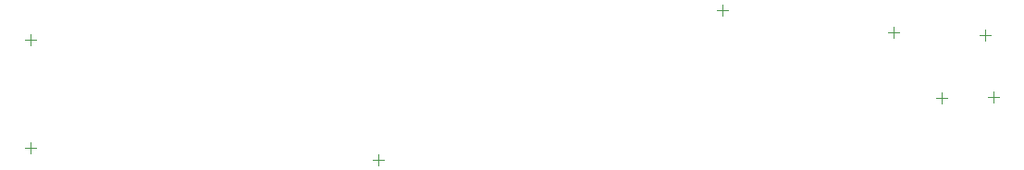
<source format=gbr>
%TF.GenerationSoftware,Altium Limited,Altium Designer,22.2.1 (43)*%
G04 Layer_Color=32896*
%FSLAX26Y26*%
%MOIN*%
%TF.SameCoordinates,49CA406D-FE3E-4379-A0B2-47437619DC98*%
%TF.FilePolarity,Positive*%
%TF.FileFunction,Other,Top_Component_Center*%
%TF.Part,Single*%
G01*
G75*
%TA.AperFunction,NonConductor*%
%ADD130C,0.003937*%
D130*
X3515316Y384999D02*
X3554685Y385000D01*
X3534999Y404685D02*
X3535001Y365315D01*
X3340315Y620000D02*
X3379686Y620000D01*
X3360000Y600315D02*
Y639685D01*
X3690000Y629685D02*
X3690000Y590315D01*
X3670315Y610000D02*
X3709685D01*
X3701151Y388149D02*
X3740521Y388150D01*
X3720835Y368464D02*
X3720836Y407834D01*
X2744881Y680213D02*
X2744882Y719583D01*
X2725197Y699898D02*
X2764567Y699898D01*
X1505000Y140315D02*
X1505000Y179685D01*
X1485315Y160000D02*
X1524685Y160000D01*
X230315Y595000D02*
X269685D01*
X250000Y575315D02*
Y614685D01*
X230315Y205000D02*
X269685D01*
X250000Y185315D02*
Y224685D01*
%TF.MD5,ca361401571ebdcb3d41169536d58445*%
M02*

</source>
